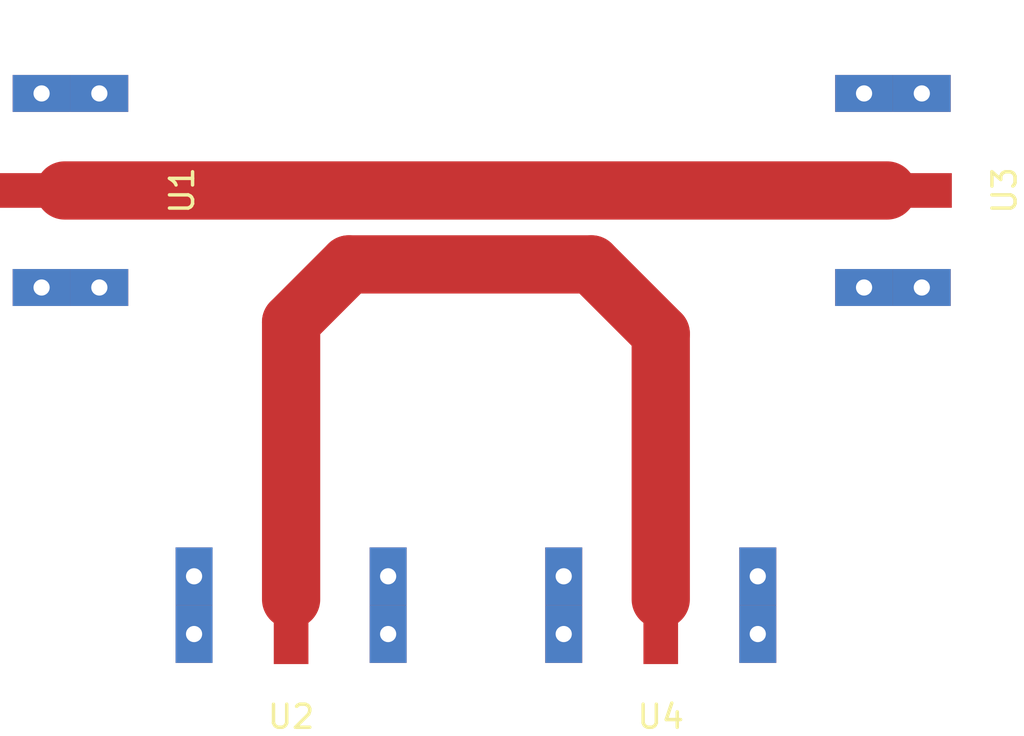
<source format=kicad_pcb>
(kicad_pcb (version 20171130) (host pcbnew 5.1.8-db9833491~88~ubuntu20.04.1)

  (general
    (thickness 1.6)
    (drawings 0)
    (tracks 6)
    (zones 0)
    (modules 4)
    (nets 4)
  )

  (page A4)
  (layers
    (0 F.Cu signal)
    (31 B.Cu signal)
    (32 B.Adhes user)
    (33 F.Adhes user)
    (34 B.Paste user)
    (35 F.Paste user)
    (36 B.SilkS user)
    (37 F.SilkS user)
    (38 B.Mask user)
    (39 F.Mask user)
    (40 Dwgs.User user)
    (41 Cmts.User user)
    (42 Eco1.User user)
    (43 Eco2.User user)
    (44 Edge.Cuts user)
    (45 Margin user)
    (46 B.CrtYd user)
    (47 F.CrtYd user)
    (48 B.Fab user)
    (49 F.Fab user)
  )

  (setup
    (last_trace_width 2.52159)
    (user_trace_width 2.52159)
    (trace_clearance 0.2)
    (zone_clearance 0.508)
    (zone_45_only no)
    (trace_min 0.2)
    (via_size 0.8)
    (via_drill 0.4)
    (via_min_size 0.4)
    (via_min_drill 0.3)
    (uvia_size 0.3)
    (uvia_drill 0.1)
    (uvias_allowed no)
    (uvia_min_size 0.2)
    (uvia_min_drill 0.1)
    (edge_width 0.05)
    (segment_width 0.2)
    (pcb_text_width 0.3)
    (pcb_text_size 1.5 1.5)
    (mod_edge_width 0.12)
    (mod_text_size 1 1)
    (mod_text_width 0.15)
    (pad_size 1.524 1.524)
    (pad_drill 0.762)
    (pad_to_mask_clearance 0)
    (aux_axis_origin 0 0)
    (visible_elements FFFFFF7F)
    (pcbplotparams
      (layerselection 0x010fc_ffffffff)
      (usegerberextensions false)
      (usegerberattributes true)
      (usegerberadvancedattributes true)
      (creategerberjobfile true)
      (excludeedgelayer true)
      (linewidth 0.100000)
      (plotframeref false)
      (viasonmask false)
      (mode 1)
      (useauxorigin false)
      (hpglpennumber 1)
      (hpglpenspeed 20)
      (hpglpendiameter 15.000000)
      (psnegative false)
      (psa4output false)
      (plotreference true)
      (plotvalue true)
      (plotinvisibletext false)
      (padsonsilk false)
      (subtractmaskfromsilk false)
      (outputformat 1)
      (mirror false)
      (drillshape 1)
      (scaleselection 1)
      (outputdirectory ""))
  )

  (net 0 "")
  (net 1 GND)
  (net 2 "Net-(U1-Pad2)")
  (net 3 "Net-(U2-Pad2)")

  (net_class Default "This is the default net class."
    (clearance 0.2)
    (trace_width 0.25)
    (via_dia 0.8)
    (via_drill 0.4)
    (uvia_dia 0.3)
    (uvia_drill 0.1)
    (add_net GND)
    (add_net "Net-(U1-Pad2)")
    (add_net "Net-(U2-Pad2)")
  )

  (module HS2_parts:SMA_EDGE_MOUNT_132255 (layer F.Cu) (tedit 603333B4) (tstamp 603782E7)
    (at 71.2 105.8 90)
    (path /60372616)
    (fp_text reference U1 (at 0 5.08 90) (layer F.SilkS)
      (effects (font (size 1 1) (thickness 0.15)))
    )
    (fp_text value SMA_PCB_Edge_Mount (at 0 3.81 90) (layer F.Fab)
      (effects (font (size 1 1) (thickness 0.15)))
    )
    (pad 1 thru_hole rect (at -4.2 1.5 90) (size 1.6 2.5) (drill 0.7) (layers *.Cu *.Paste *.Mask)
      (net 1 GND))
    (pad 2 smd rect (at 0 0 90) (size 1.5 5.6) (layers F.Cu F.Paste F.Mask)
      (net 2 "Net-(U1-Pad2)"))
    (pad 1 thru_hole rect (at -4.2 -1 90) (size 1.6 2.5) (drill 0.7) (layers *.Cu *.Paste *.Mask)
      (net 1 GND))
    (pad 3 thru_hole rect (at 4.2 1.5 90) (size 1.6 2.5) (drill 0.7) (layers *.Cu *.Paste *.Mask)
      (net 1 GND))
    (pad 3 thru_hole rect (at 4.2 -1 90) (size 1.6 2.5) (drill 0.7) (layers *.Cu *.Paste *.Mask)
      (net 1 GND))
  )

  (module HS2_parts:SMA_EDGE_MOUNT_132255 (layer F.Cu) (tedit 603333B4) (tstamp 603782F0)
    (at 81 123.5)
    (path /60373357)
    (fp_text reference U2 (at 0 5.08) (layer F.SilkS)
      (effects (font (size 1 1) (thickness 0.15)))
    )
    (fp_text value SMA_PCB_Edge_Mount (at 0 3.81) (layer F.Fab)
      (effects (font (size 1 1) (thickness 0.15)))
    )
    (pad 1 thru_hole rect (at -4.2 1.5) (size 1.6 2.5) (drill 0.7) (layers *.Cu *.Paste *.Mask)
      (net 1 GND))
    (pad 2 smd rect (at 0 0) (size 1.5 5.6) (layers F.Cu F.Paste F.Mask)
      (net 3 "Net-(U2-Pad2)"))
    (pad 1 thru_hole rect (at -4.2 -1) (size 1.6 2.5) (drill 0.7) (layers *.Cu *.Paste *.Mask)
      (net 1 GND))
    (pad 3 thru_hole rect (at 4.2 1.5) (size 1.6 2.5) (drill 0.7) (layers *.Cu *.Paste *.Mask)
      (net 1 GND))
    (pad 3 thru_hole rect (at 4.2 -1) (size 1.6 2.5) (drill 0.7) (layers *.Cu *.Paste *.Mask)
      (net 1 GND))
  )

  (module HS2_parts:SMA_EDGE_MOUNT_132255 (layer F.Cu) (tedit 603333B4) (tstamp 603782F9)
    (at 106.8 105.8 90)
    (path /6037292D)
    (fp_text reference U3 (at 0 5.08 90) (layer F.SilkS)
      (effects (font (size 1 1) (thickness 0.15)))
    )
    (fp_text value SMA_PCB_Edge_Mount (at 0 3.81 90) (layer F.Fab)
      (effects (font (size 1 1) (thickness 0.15)))
    )
    (pad 3 thru_hole rect (at 4.2 -1 90) (size 1.6 2.5) (drill 0.7) (layers *.Cu *.Paste *.Mask)
      (net 1 GND))
    (pad 3 thru_hole rect (at 4.2 1.5 90) (size 1.6 2.5) (drill 0.7) (layers *.Cu *.Paste *.Mask)
      (net 1 GND))
    (pad 1 thru_hole rect (at -4.2 -1 90) (size 1.6 2.5) (drill 0.7) (layers *.Cu *.Paste *.Mask)
      (net 1 GND))
    (pad 2 smd rect (at 0 0 90) (size 1.5 5.6) (layers F.Cu F.Paste F.Mask)
      (net 2 "Net-(U1-Pad2)"))
    (pad 1 thru_hole rect (at -4.2 1.5 90) (size 1.6 2.5) (drill 0.7) (layers *.Cu *.Paste *.Mask)
      (net 1 GND))
  )

  (module HS2_parts:SMA_EDGE_MOUNT_132255 (layer F.Cu) (tedit 603333B4) (tstamp 60378302)
    (at 97 123.5)
    (path /603737F4)
    (fp_text reference U4 (at 0 5.08) (layer F.SilkS)
      (effects (font (size 1 1) (thickness 0.15)))
    )
    (fp_text value SMA_PCB_Edge_Mount (at 0 3.81) (layer F.Fab)
      (effects (font (size 1 1) (thickness 0.15)))
    )
    (pad 3 thru_hole rect (at 4.2 -1) (size 1.6 2.5) (drill 0.7) (layers *.Cu *.Paste *.Mask)
      (net 1 GND))
    (pad 3 thru_hole rect (at 4.2 1.5) (size 1.6 2.5) (drill 0.7) (layers *.Cu *.Paste *.Mask)
      (net 1 GND))
    (pad 1 thru_hole rect (at -4.2 -1) (size 1.6 2.5) (drill 0.7) (layers *.Cu *.Paste *.Mask)
      (net 1 GND))
    (pad 2 smd rect (at 0 0) (size 1.5 5.6) (layers F.Cu F.Paste F.Mask)
      (net 3 "Net-(U2-Pad2)"))
    (pad 1 thru_hole rect (at -4.2 1.5) (size 1.6 2.5) (drill 0.7) (layers *.Cu *.Paste *.Mask)
      (net 1 GND))
  )

  (segment (start 71.2 105.8) (end 106.8 105.8) (width 2.52159) (layer F.Cu) (net 2))
  (segment (start 81 123.5) (end 81 111.5) (width 2.52159) (layer F.Cu) (net 3))
  (segment (start 81 111.5) (end 83.5 109) (width 2.52159) (layer F.Cu) (net 3))
  (segment (start 83.5 109) (end 94 109) (width 2.52159) (layer F.Cu) (net 3))
  (segment (start 97 112) (end 97 123.5) (width 2.52159) (layer F.Cu) (net 3))
  (segment (start 94 109) (end 97 112) (width 2.52159) (layer F.Cu) (net 3))

)

</source>
